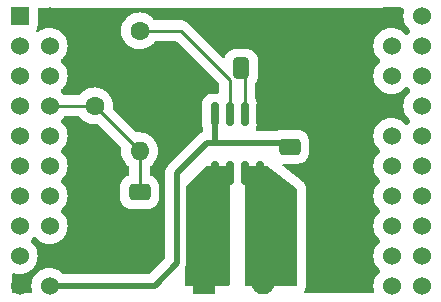
<source format=gbr>
%TF.GenerationSoftware,KiCad,Pcbnew,7.0.8*%
%TF.CreationDate,2024-04-03T00:11:47-07:00*%
%TF.ProjectId,DrapeCurrent - R1,44726170-6543-4757-9272-656e74202d20,rev?*%
%TF.SameCoordinates,Original*%
%TF.FileFunction,Copper,L1,Top*%
%TF.FilePolarity,Positive*%
%FSLAX46Y46*%
G04 Gerber Fmt 4.6, Leading zero omitted, Abs format (unit mm)*
G04 Created by KiCad (PCBNEW 7.0.8) date 2024-04-03 00:11:47*
%MOMM*%
%LPD*%
G01*
G04 APERTURE LIST*
G04 Aperture macros list*
%AMRoundRect*
0 Rectangle with rounded corners*
0 $1 Rounding radius*
0 $2 $3 $4 $5 $6 $7 $8 $9 X,Y pos of 4 corners*
0 Add a 4 corners polygon primitive as box body*
4,1,4,$2,$3,$4,$5,$6,$7,$8,$9,$2,$3,0*
0 Add four circle primitives for the rounded corners*
1,1,$1+$1,$2,$3*
1,1,$1+$1,$4,$5*
1,1,$1+$1,$6,$7*
1,1,$1+$1,$8,$9*
0 Add four rect primitives between the rounded corners*
20,1,$1+$1,$2,$3,$4,$5,0*
20,1,$1+$1,$4,$5,$6,$7,0*
20,1,$1+$1,$6,$7,$8,$9,0*
20,1,$1+$1,$8,$9,$2,$3,0*%
G04 Aperture macros list end*
%TA.AperFunction,ComponentPad*%
%ADD10R,1.524000X1.524000*%
%TD*%
%TA.AperFunction,ComponentPad*%
%ADD11C,1.524000*%
%TD*%
%TA.AperFunction,SMDPad,CuDef*%
%ADD12RoundRect,0.150000X0.150000X-0.825000X0.150000X0.825000X-0.150000X0.825000X-0.150000X-0.825000X0*%
%TD*%
%TA.AperFunction,ComponentPad*%
%ADD13C,1.600000*%
%TD*%
%TA.AperFunction,ComponentPad*%
%ADD14O,1.600000X1.600000*%
%TD*%
%TA.AperFunction,ComponentPad*%
%ADD15R,1.980000X3.960000*%
%TD*%
%TA.AperFunction,ComponentPad*%
%ADD16O,1.980000X3.960000*%
%TD*%
%TA.AperFunction,SMDPad,CuDef*%
%ADD17RoundRect,0.250000X-0.650000X0.412500X-0.650000X-0.412500X0.650000X-0.412500X0.650000X0.412500X0*%
%TD*%
%TA.AperFunction,SMDPad,CuDef*%
%ADD18RoundRect,0.250000X0.650000X-0.412500X0.650000X0.412500X-0.650000X0.412500X-0.650000X-0.412500X0*%
%TD*%
%TA.AperFunction,SMDPad,CuDef*%
%ADD19RoundRect,0.250000X-0.412500X-0.650000X0.412500X-0.650000X0.412500X0.650000X-0.412500X0.650000X0*%
%TD*%
%TA.AperFunction,Conductor*%
%ADD20C,0.254000*%
%TD*%
%TA.AperFunction,Conductor*%
%ADD21C,0.508000*%
%TD*%
%TA.AperFunction,Conductor*%
%ADD22C,0.762000*%
%TD*%
%TA.AperFunction,Conductor*%
%ADD23C,0.250000*%
%TD*%
G04 APERTURE END LIST*
D10*
%TO.P,J1,1,3V3*%
%TO.N,unconnected-(J1-3V3-Pad1)*%
X1270000Y24130000D03*
D11*
%TO.P,J1,2,SVP*%
%TO.N,unconnected-(J1-SVP-Pad2)*%
X1270000Y21590000D03*
%TO.P,J1,3,G34*%
%TO.N,unconnected-(J1-G34-Pad3)*%
X1270000Y19050000D03*
%TO.P,J1,4,G32*%
%TO.N,unconnected-(J1-G32-Pad4)*%
X1270000Y16510000D03*
%TO.P,J1,5,G25*%
%TO.N,unconnected-(J1-G25-Pad5)*%
X1270000Y13970000D03*
%TO.P,J1,6,G27*%
%TO.N,unconnected-(J1-G27-Pad6)*%
X1270000Y11430000D03*
%TO.P,J1,7,G12*%
%TO.N,unconnected-(J1-G12-Pad7)*%
X1270000Y8890000D03*
%TO.P,J1,8,SD2*%
%TO.N,unconnected-(J1-SD2-Pad8)*%
X1270000Y6350000D03*
%TO.P,J1,9,CMD*%
%TO.N,unconnected-(J1-CMD-Pad9)*%
X1270000Y3810000D03*
%TO.P,J1,10,GND*%
%TO.N,GND*%
X1270000Y1270000D03*
%TO.P,J1,11,GND*%
X3810000Y24130000D03*
%TO.P,J1,12,EN*%
%TO.N,unconnected-(J1-EN-Pad12)*%
X3810000Y21590000D03*
%TO.P,J1,13,SVN*%
%TO.N,unconnected-(J1-SVN-Pad13)*%
X3810000Y19050000D03*
%TO.P,J1,14,G35*%
%TO.N,Net-(J1-G35)*%
X3810000Y16510000D03*
%TO.P,J1,15,G33*%
%TO.N,unconnected-(J1-G33-Pad15)*%
X3810000Y13970000D03*
%TO.P,J1,16,G26*%
%TO.N,unconnected-(J1-G26-Pad16)*%
X3810000Y11430000D03*
%TO.P,J1,17,G14*%
%TO.N,unconnected-(J1-G14-Pad17)*%
X3810000Y8890000D03*
%TO.P,J1,18,G13*%
%TO.N,unconnected-(J1-G13-Pad18)*%
X3810000Y6350000D03*
%TO.P,J1,20,5V*%
%TO.N,+5V*%
X3810000Y1270000D03*
D10*
%TO.P,J1,21,GND*%
%TO.N,GND*%
X32766000Y24130000D03*
D11*
%TO.P,J1,22,G22*%
%TO.N,unconnected-(J1-G22-Pad22)*%
X32766000Y21590000D03*
%TO.P,J1,23,G3/RXD*%
%TO.N,unconnected-(J1-G3{slash}RXD-Pad23)*%
X32766000Y19050000D03*
%TO.P,J1,24,GND*%
%TO.N,GND*%
X32766000Y16510000D03*
%TO.P,J1,25,G18*%
%TO.N,unconnected-(J1-G18-Pad25)*%
X32766000Y13970000D03*
%TO.P,J1,26,G17*%
%TO.N,unconnected-(J1-G17-Pad26)*%
X32766000Y11430000D03*
%TO.P,J1,27,G4*%
%TO.N,unconnected-(J1-G4-Pad27)*%
X32766000Y8890000D03*
%TO.P,J1,28,G2*%
%TO.N,unconnected-(J1-G2-Pad28)*%
X32766000Y6350000D03*
%TO.P,J1,29,SDI*%
%TO.N,unconnected-(J1-SDI-Pad29)*%
X32766000Y3810000D03*
%TO.P,J1,30,CLK*%
%TO.N,unconnected-(J1-CLK-Pad30)*%
X32766000Y1270000D03*
%TO.P,J1,31,G23*%
%TO.N,unconnected-(J1-G23-Pad31)*%
X35306000Y24130000D03*
%TO.P,J1,32,G1/TXD*%
%TO.N,unconnected-(J1-G1{slash}TXD-Pad32)*%
X35306000Y21590000D03*
%TO.P,J1,33,G21*%
%TO.N,unconnected-(J1-G21-Pad33)*%
X35306000Y19050000D03*
%TO.P,J1,34,G19*%
%TO.N,unconnected-(J1-G19-Pad34)*%
X35306000Y16510000D03*
%TO.P,J1,35,G5*%
%TO.N,unconnected-(J1-G5-Pad35)*%
X35306000Y13970000D03*
%TO.P,J1,36,G16*%
%TO.N,unconnected-(J1-G16-Pad36)*%
X35306000Y11430000D03*
%TO.P,J1,37,G0*%
%TO.N,unconnected-(J1-G0-Pad37)*%
X35306000Y8890000D03*
%TO.P,J1,38,G15*%
%TO.N,unconnected-(J1-G15-Pad38)*%
X35306000Y6350000D03*
%TO.P,J1,39,SDO*%
%TO.N,unconnected-(J1-SDO-Pad39)*%
X35306000Y3810000D03*
%TO.P,J1,40,3V3*%
%TO.N,unconnected-(J1-3V3-Pad40)*%
X35306000Y1270000D03*
%TD*%
D12*
%TO.P,U1,1,IP+*%
%TO.N,Net-(J2-Pin_1)*%
X17780000Y10860000D03*
%TO.P,U1,2,IP+*%
X19050000Y10860000D03*
%TO.P,U1,3,IP-*%
%TO.N,Net-(J2-Pin_2)*%
X20320000Y10860000D03*
%TO.P,U1,4,IP-*%
X21590000Y10860000D03*
%TO.P,U1,5,GND*%
%TO.N,GND*%
X21590000Y15810000D03*
%TO.P,U1,6,FILTER*%
%TO.N,Net-(U1-FILTER)*%
X20320000Y15810000D03*
%TO.P,U1,7,VIOUT*%
%TO.N,Net-(U1-VIOUT)*%
X19050000Y15810000D03*
%TO.P,U1,8,VCC*%
%TO.N,+5V*%
X17780000Y15810000D03*
%TD*%
D13*
%TO.P,R2,1*%
%TO.N,Net-(J1-G35)*%
X7620000Y16510000D03*
D14*
%TO.P,R2,2*%
%TO.N,GND*%
X7620000Y6350000D03*
%TD*%
D13*
%TO.P,R1,1*%
%TO.N,Net-(U1-VIOUT)*%
X11430000Y22860000D03*
D14*
%TO.P,R1,2*%
%TO.N,Net-(J1-G35)*%
X11430000Y12700000D03*
%TD*%
D15*
%TO.P,J2,1,Pin_1*%
%TO.N,Net-(J2-Pin_1)*%
X16920000Y2540000D03*
D16*
%TO.P,J2,2,Pin_2*%
%TO.N,Net-(J2-Pin_2)*%
X21920000Y2540000D03*
%TD*%
D17*
%TO.P,C3,1*%
%TO.N,Net-(J1-G35)*%
X11430000Y9182500D03*
%TO.P,C3,2*%
%TO.N,GND*%
X11430000Y6057500D03*
%TD*%
D18*
%TO.P,C2,1*%
%TO.N,+5V*%
X24130000Y13042500D03*
%TO.P,C2,2*%
%TO.N,GND*%
X24130000Y16167500D03*
%TD*%
D19*
%TO.P,C1,1*%
%TO.N,Net-(U1-FILTER)*%
X20027500Y19685000D03*
%TO.P,C1,2*%
%TO.N,GND*%
X23152500Y19685000D03*
%TD*%
D20*
%TO.N,Net-(J1-G35)*%
X11430000Y9182500D02*
X11430000Y12700000D01*
D21*
%TO.N,+5V*%
X14605000Y10795000D02*
X17145000Y13335000D01*
X14605000Y3175000D02*
X14605000Y10795000D01*
X12700000Y1270000D02*
X14605000Y3175000D01*
X3810000Y1270000D02*
X12700000Y1270000D01*
X17145000Y13335000D02*
X17780000Y13335000D01*
%TO.N,GND*%
X21590000Y18122500D02*
X23152500Y19685000D01*
X21590000Y15810000D02*
X21590000Y18122500D01*
X21590000Y15810000D02*
X23772500Y15810000D01*
X23772500Y15810000D02*
X24130000Y16167500D01*
D20*
%TO.N,Net-(U1-FILTER)*%
X20320000Y19392500D02*
X20027500Y19685000D01*
X20320000Y15810000D02*
X20320000Y19392500D01*
%TO.N,Net-(U1-VIOUT)*%
X19050000Y18729582D02*
X19050000Y15810000D01*
X11430000Y22860000D02*
X14919582Y22860000D01*
X14919582Y22860000D02*
X19050000Y18729582D01*
D21*
%TO.N,+5V*%
X17780000Y13970000D02*
X17780000Y13335000D01*
X23837500Y13335000D02*
X17780000Y13335000D01*
D22*
X24130000Y13042500D02*
X23837500Y13335000D01*
D21*
X17780000Y13970000D02*
X17780000Y15810000D01*
D23*
%TO.N,Net-(J1-G35)*%
X7620000Y16510000D02*
X11430000Y12700000D01*
X3810000Y16510000D02*
X7620000Y16510000D01*
%TD*%
%TA.AperFunction,Conductor*%
%TO.N,Net-(J2-Pin_1)*%
G36*
X18993039Y11410315D02*
G01*
X19038794Y11357511D01*
X19050000Y11306000D01*
X19050000Y1394000D01*
X19030315Y1326961D01*
X18977511Y1281206D01*
X18926000Y1270000D01*
X15364000Y1270000D01*
X15296961Y1289685D01*
X15251206Y1342489D01*
X15240000Y1394000D01*
X15240000Y2723972D01*
X15251617Y2776376D01*
X15284172Y2846191D01*
X15318824Y2915189D01*
X15318825Y2915194D01*
X15321295Y2921979D01*
X15321347Y2921960D01*
X15323858Y2929185D01*
X15323807Y2929203D01*
X15326080Y2936062D01*
X15332719Y2968219D01*
X15341695Y3011689D01*
X15359500Y3086812D01*
X15359500Y3086815D01*
X15360339Y3093986D01*
X15360391Y3093979D01*
X15361169Y3101596D01*
X15361117Y3101601D01*
X15361746Y3108790D01*
X15359500Y3185981D01*
X15359500Y9593138D01*
X15379185Y9660177D01*
X15395819Y9680819D01*
X17108681Y11393681D01*
X17170004Y11427166D01*
X17196362Y11430000D01*
X18926000Y11430000D01*
X18993039Y11410315D01*
G37*
%TD.AperFunction*%
%TD*%
%TA.AperFunction,Conductor*%
%TO.N,Net-(J2-Pin_2)*%
G36*
X22250706Y11410315D02*
G01*
X22258062Y11405203D01*
X24715400Y9562200D01*
X24757221Y9506229D01*
X24765000Y9463000D01*
X24765000Y1394000D01*
X24745315Y1326961D01*
X24692511Y1281206D01*
X24641000Y1270000D01*
X20444000Y1270000D01*
X20376961Y1289685D01*
X20331206Y1342489D01*
X20320000Y1394000D01*
X20320000Y11306000D01*
X20339685Y11373039D01*
X20392489Y11418794D01*
X20444000Y11430000D01*
X22183667Y11430000D01*
X22250706Y11410315D01*
G37*
%TD.AperFunction*%
%TD*%
%TA.AperFunction,Conductor*%
%TO.N,GND*%
G36*
X33800780Y24745315D02*
G01*
X33846535Y24692511D01*
X33856479Y24623353D01*
X33852745Y24607296D01*
X33852768Y24607291D01*
X33852014Y24604152D01*
X33851674Y24602688D01*
X33851631Y24602557D01*
X33795612Y24369219D01*
X33776786Y24130000D01*
X33795612Y23890780D01*
X33851630Y23657446D01*
X33851630Y23657445D01*
X33943457Y23435754D01*
X33943459Y23435751D01*
X34068837Y23231153D01*
X34068841Y23231148D01*
X34224681Y23048682D01*
X34335201Y22954291D01*
X34373395Y22895784D01*
X34373894Y22825916D01*
X34336540Y22766869D01*
X34335232Y22765736D01*
X34224682Y22671318D01*
X34130291Y22560799D01*
X34071784Y22522605D01*
X34001916Y22522106D01*
X33942869Y22559460D01*
X33941709Y22560799D01*
X33847318Y22671318D01*
X33664849Y22827160D01*
X33460249Y22952540D01*
X33460246Y22952541D01*
X33460245Y22952542D01*
X33238553Y23044369D01*
X33220588Y23048682D01*
X33005222Y23100387D01*
X32766000Y23119214D01*
X32526778Y23100387D01*
X32371224Y23063041D01*
X32293446Y23044369D01*
X32293445Y23044369D01*
X32071754Y22952542D01*
X32071751Y22952540D01*
X31867153Y22827162D01*
X31867148Y22827158D01*
X31801481Y22771073D01*
X31684682Y22671318D01*
X31599482Y22571561D01*
X31528841Y22488851D01*
X31528837Y22488846D01*
X31403459Y22284248D01*
X31403457Y22284245D01*
X31311630Y22062554D01*
X31311630Y22062553D01*
X31255612Y21829219D01*
X31236786Y21590000D01*
X31255612Y21350780D01*
X31311630Y21117446D01*
X31311630Y21117445D01*
X31403457Y20895754D01*
X31403459Y20895751D01*
X31528837Y20691153D01*
X31528841Y20691148D01*
X31684681Y20508682D01*
X31760736Y20443725D01*
X31776203Y20430516D01*
X31795201Y20414291D01*
X31833395Y20355784D01*
X31833894Y20285916D01*
X31796540Y20226869D01*
X31795201Y20225709D01*
X31684681Y20131317D01*
X31528841Y19948851D01*
X31528837Y19948846D01*
X31403459Y19744248D01*
X31403457Y19744245D01*
X31311630Y19522554D01*
X31311630Y19522553D01*
X31255612Y19289219D01*
X31236786Y19050000D01*
X31255612Y18810780D01*
X31311630Y18577446D01*
X31311630Y18577445D01*
X31403457Y18355754D01*
X31403459Y18355751D01*
X31528837Y18151153D01*
X31528841Y18151148D01*
X31684682Y17968682D01*
X31867148Y17812841D01*
X31867153Y17812837D01*
X32071751Y17687459D01*
X32071754Y17687457D01*
X32293446Y17595630D01*
X32526781Y17539612D01*
X32526780Y17539612D01*
X32766000Y17520786D01*
X33005219Y17539612D01*
X33238553Y17595630D01*
X33238554Y17595630D01*
X33460245Y17687457D01*
X33460248Y17687459D01*
X33664846Y17812837D01*
X33664851Y17812841D01*
X33847317Y17968681D01*
X33847318Y17968682D01*
X33941709Y18079201D01*
X34000216Y18117395D01*
X34070084Y18117894D01*
X34129131Y18080540D01*
X34130263Y18079232D01*
X34224682Y17968682D01*
X34297482Y17906505D01*
X34335201Y17874291D01*
X34373395Y17815784D01*
X34373894Y17745916D01*
X34336540Y17686869D01*
X34335201Y17685709D01*
X34224681Y17591317D01*
X34068841Y17408851D01*
X34068837Y17408846D01*
X33943459Y17204248D01*
X33943457Y17204245D01*
X33851630Y16982554D01*
X33851630Y16982553D01*
X33795612Y16749219D01*
X33776786Y16510000D01*
X33795612Y16270780D01*
X33851630Y16037446D01*
X33851630Y16037445D01*
X33943457Y15815754D01*
X33943459Y15815751D01*
X34068837Y15611153D01*
X34068841Y15611148D01*
X34224681Y15428682D01*
X34335201Y15334291D01*
X34373395Y15275784D01*
X34373894Y15205916D01*
X34336540Y15146869D01*
X34335232Y15145736D01*
X34224682Y15051318D01*
X34135242Y14946596D01*
X34130291Y14940799D01*
X34071784Y14902605D01*
X34001916Y14902106D01*
X33942869Y14939460D01*
X33941709Y14940799D01*
X33936758Y14946596D01*
X33847318Y15051318D01*
X33664849Y15207160D01*
X33460249Y15332540D01*
X33460246Y15332541D01*
X33460245Y15332542D01*
X33238553Y15424369D01*
X33220588Y15428682D01*
X33005222Y15480387D01*
X32766000Y15499214D01*
X32526778Y15480387D01*
X32371224Y15443041D01*
X32293446Y15424369D01*
X32293445Y15424369D01*
X32071754Y15332542D01*
X32071751Y15332540D01*
X31867153Y15207162D01*
X31867148Y15207158D01*
X31801481Y15151073D01*
X31684682Y15051318D01*
X31599482Y14951561D01*
X31528841Y14868851D01*
X31528837Y14868846D01*
X31403459Y14664248D01*
X31403457Y14664245D01*
X31311630Y14442554D01*
X31311630Y14442553D01*
X31255612Y14209219D01*
X31236786Y13970000D01*
X31255612Y13730780D01*
X31311630Y13497446D01*
X31311630Y13497445D01*
X31403457Y13275754D01*
X31403459Y13275751D01*
X31528837Y13071153D01*
X31528841Y13071148D01*
X31684681Y12888682D01*
X31795201Y12794291D01*
X31833395Y12735784D01*
X31833894Y12665916D01*
X31796540Y12606869D01*
X31795232Y12605736D01*
X31684682Y12511318D01*
X31684681Y12511317D01*
X31528841Y12328851D01*
X31528837Y12328846D01*
X31403459Y12124248D01*
X31403457Y12124245D01*
X31311630Y11902554D01*
X31311630Y11902553D01*
X31255612Y11669219D01*
X31236786Y11430000D01*
X31255612Y11190780D01*
X31311630Y10957446D01*
X31311630Y10957445D01*
X31403457Y10735754D01*
X31403459Y10735751D01*
X31528837Y10531153D01*
X31528841Y10531148D01*
X31684681Y10348682D01*
X31795201Y10254291D01*
X31833395Y10195784D01*
X31833894Y10125916D01*
X31796540Y10066869D01*
X31795232Y10065736D01*
X31699931Y9984342D01*
X31684681Y9971317D01*
X31528841Y9788851D01*
X31528837Y9788846D01*
X31403459Y9584248D01*
X31403457Y9584245D01*
X31311630Y9362554D01*
X31311630Y9362553D01*
X31255612Y9129219D01*
X31236786Y8890000D01*
X31255612Y8650780D01*
X31311630Y8417446D01*
X31311630Y8417445D01*
X31403457Y8195754D01*
X31403459Y8195751D01*
X31528837Y7991153D01*
X31528841Y7991148D01*
X31684681Y7808682D01*
X31795201Y7714291D01*
X31833395Y7655784D01*
X31833894Y7585916D01*
X31796540Y7526869D01*
X31795201Y7525709D01*
X31684681Y7431317D01*
X31528841Y7248851D01*
X31528837Y7248846D01*
X31403459Y7044248D01*
X31403457Y7044245D01*
X31311630Y6822554D01*
X31311630Y6822553D01*
X31255612Y6589219D01*
X31236786Y6350000D01*
X31255612Y6110780D01*
X31311630Y5877446D01*
X31311630Y5877445D01*
X31403457Y5655754D01*
X31403459Y5655751D01*
X31528837Y5451153D01*
X31528841Y5451148D01*
X31684681Y5268682D01*
X31795201Y5174291D01*
X31833395Y5115784D01*
X31833894Y5045916D01*
X31796540Y4986869D01*
X31795201Y4985709D01*
X31684681Y4891317D01*
X31528841Y4708851D01*
X31528837Y4708846D01*
X31403459Y4504248D01*
X31403457Y4504245D01*
X31311630Y4282554D01*
X31311630Y4282553D01*
X31255612Y4049219D01*
X31236786Y3810000D01*
X31255612Y3570780D01*
X31311630Y3337446D01*
X31311630Y3337445D01*
X31403457Y3115754D01*
X31403459Y3115751D01*
X31528837Y2911153D01*
X31528841Y2911148D01*
X31684681Y2728682D01*
X31795201Y2634291D01*
X31833395Y2575784D01*
X31833894Y2505916D01*
X31796540Y2446869D01*
X31795232Y2445736D01*
X31689782Y2355674D01*
X31684681Y2351317D01*
X31528841Y2168851D01*
X31528837Y2168846D01*
X31403459Y1964248D01*
X31403457Y1964245D01*
X31311630Y1742554D01*
X31311630Y1742553D01*
X31255612Y1509219D01*
X31236786Y1270000D01*
X31255612Y1030780D01*
X31311631Y797442D01*
X31311674Y797312D01*
X31311675Y797259D01*
X31312768Y792709D01*
X31311811Y792479D01*
X31313666Y727471D01*
X31277582Y667640D01*
X31214880Y636815D01*
X31193741Y635000D01*
X25427771Y635000D01*
X25360732Y654685D01*
X25314977Y707489D01*
X25305033Y776647D01*
X25327917Y832520D01*
X25412007Y946726D01*
X25481724Y1110725D01*
X25501409Y1177764D01*
X25511812Y1217002D01*
X25532500Y1394000D01*
X25532500Y9463000D01*
X25520367Y9598927D01*
X25520368Y9598927D01*
X25512589Y9642150D01*
X25512588Y9642156D01*
X25461420Y9811451D01*
X25372049Y9965623D01*
X25330228Y10021594D01*
X25305085Y10053451D01*
X25175900Y10176200D01*
X23551764Y11394300D01*
X23509944Y11450271D01*
X23505023Y11519967D01*
X23538563Y11581260D01*
X23599916Y11614690D01*
X23626165Y11617500D01*
X24829736Y11617500D01*
X24978481Y11632149D01*
X24978483Y11632149D01*
X24978485Y11632150D01*
X25169342Y11690046D01*
X25169348Y11690048D01*
X25345231Y11784060D01*
X25345238Y11784065D01*
X25499410Y11910589D01*
X25625934Y12064761D01*
X25625936Y12064763D01*
X25657730Y12124245D01*
X25719951Y12240651D01*
X25719951Y12240654D01*
X25719954Y12240658D01*
X25777850Y12431515D01*
X25792500Y12580259D01*
X25792499Y13504740D01*
X25777850Y13653485D01*
X25719954Y13844342D01*
X25625936Y14020237D01*
X25499410Y14174410D01*
X25345237Y14300936D01*
X25238472Y14358003D01*
X25169348Y14394951D01*
X25169347Y14394951D01*
X25169342Y14394954D01*
X24978485Y14452850D01*
X24829741Y14467500D01*
X24000041Y14467499D01*
X23991469Y14468093D01*
X23890537Y14482173D01*
X23678842Y14472386D01*
X23672246Y14470834D01*
X23672069Y14470793D01*
X23643678Y14467499D01*
X23430260Y14467499D01*
X23281515Y14452850D01*
X23090658Y14394954D01*
X23036753Y14366141D01*
X22978301Y14351500D01*
X21373688Y14351500D01*
X21306649Y14371185D01*
X21260894Y14423989D01*
X21250950Y14493147D01*
X21263203Y14531794D01*
X21326583Y14656186D01*
X21326584Y14656188D01*
X21376230Y14841467D01*
X21382500Y14921137D01*
X21382499Y16698862D01*
X21376230Y16778533D01*
X21326584Y16963812D01*
X21239502Y17134720D01*
X21239499Y17134723D01*
X21239498Y17134726D01*
X21237139Y17137639D01*
X21236297Y17139655D01*
X21235958Y17140179D01*
X21236053Y17140241D01*
X21210243Y17202124D01*
X21209500Y17215680D01*
X21209500Y18332257D01*
X21229185Y18399296D01*
X21237647Y18410922D01*
X21285934Y18469761D01*
X21285936Y18469763D01*
X21285939Y18469768D01*
X21379951Y18645651D01*
X21379951Y18645654D01*
X21379954Y18645658D01*
X21437850Y18836515D01*
X21452500Y18985259D01*
X21452499Y20384740D01*
X21437850Y20533485D01*
X21379954Y20724342D01*
X21285936Y20900237D01*
X21159410Y21054410D01*
X21005237Y21180936D01*
X20829342Y21274954D01*
X20638485Y21332850D01*
X20489741Y21347500D01*
X19565260Y21347499D01*
X19416515Y21332850D01*
X19225658Y21274954D01*
X19225654Y21274951D01*
X19225651Y21274951D01*
X19049768Y21180939D01*
X19049766Y21180937D01*
X19049763Y21180936D01*
X19049761Y21180934D01*
X18895589Y21054410D01*
X18769065Y20900238D01*
X18769060Y20900231D01*
X18675046Y20724344D01*
X18650877Y20644671D01*
X18612579Y20586233D01*
X18548766Y20557777D01*
X18479700Y20568339D01*
X18444539Y20592984D01*
X15604953Y23432570D01*
X15592324Y23447357D01*
X15584251Y23458470D01*
X15533274Y23504368D01*
X15530953Y23506570D01*
X15515588Y23521937D01*
X15498700Y23535611D01*
X15496298Y23537662D01*
X15445297Y23583585D01*
X15433403Y23590450D01*
X15417369Y23601471D01*
X15406707Y23610107D01*
X15345571Y23641255D01*
X15342767Y23642779D01*
X15283367Y23677075D01*
X15270311Y23681316D01*
X15252336Y23688761D01*
X15240106Y23694994D01*
X15173841Y23712749D01*
X15170755Y23713664D01*
X15105538Y23734855D01*
X15091886Y23736289D01*
X15072764Y23739833D01*
X15059497Y23743389D01*
X14990974Y23746978D01*
X14987822Y23747226D01*
X14966202Y23749500D01*
X14966197Y23749500D01*
X14944504Y23749500D01*
X14941260Y23749584D01*
X14872772Y23753174D01*
X14859215Y23751026D01*
X14839818Y23749500D01*
X12782285Y23749500D01*
X12715246Y23769185D01*
X12687995Y23792968D01*
X12604456Y23890778D01*
X12538271Y23968271D01*
X12351255Y24127998D01*
X12141554Y24256503D01*
X12141551Y24256504D01*
X12141550Y24256505D01*
X12027943Y24303562D01*
X11914332Y24350621D01*
X11675185Y24408036D01*
X11430000Y24427332D01*
X11184815Y24408036D01*
X10945668Y24350621D01*
X10945663Y24350619D01*
X10718449Y24256505D01*
X10718446Y24256503D01*
X10508750Y24128001D01*
X10508747Y24128000D01*
X10508745Y24127998D01*
X10321729Y23968271D01*
X10255544Y23890778D01*
X10161999Y23781252D01*
X10161998Y23781249D01*
X10033496Y23571553D01*
X10033494Y23571550D01*
X9939380Y23344336D01*
X9939379Y23344332D01*
X9885333Y23119214D01*
X9881963Y23105179D01*
X9862668Y22860000D01*
X9881963Y22614820D01*
X9939380Y22375663D01*
X10033494Y22148449D01*
X10033496Y22148446D01*
X10161998Y21938750D01*
X10161999Y21938747D01*
X10321729Y21751729D01*
X10508747Y21591999D01*
X10508750Y21591998D01*
X10718446Y21463496D01*
X10718449Y21463494D01*
X10945663Y21369380D01*
X11036799Y21347500D01*
X11184815Y21311964D01*
X11184816Y21311963D01*
X11184820Y21311963D01*
X11430000Y21292668D01*
X11675179Y21311963D01*
X11675182Y21311963D01*
X11675185Y21311964D01*
X11914332Y21369379D01*
X11914336Y21369380D01*
X12141550Y21463494D01*
X12141553Y21463496D01*
X12351249Y21591998D01*
X12351252Y21591999D01*
X12414625Y21646125D01*
X12538271Y21751729D01*
X12618658Y21845850D01*
X12687995Y21927032D01*
X12746502Y21965225D01*
X12782285Y21970500D01*
X14499777Y21970500D01*
X14566816Y21950815D01*
X14587458Y21934181D01*
X18124181Y18397458D01*
X18157666Y18336135D01*
X18160500Y18309777D01*
X18160500Y17668528D01*
X18140815Y17601489D01*
X18088011Y17555734D01*
X18026771Y17544910D01*
X18010584Y17546184D01*
X17993865Y17547500D01*
X17993863Y17547499D01*
X17993863Y17547500D01*
X17780000Y17547499D01*
X17566137Y17547499D01*
X17546220Y17545931D01*
X17486467Y17541230D01*
X17301188Y17491584D01*
X17138806Y17408846D01*
X17130278Y17404501D01*
X16981211Y17283790D01*
X16981209Y17283788D01*
X16860498Y17134721D01*
X16816957Y17049266D01*
X16773416Y16963812D01*
X16773416Y16963811D01*
X16723769Y16778529D01*
X16717500Y16698865D01*
X16717501Y14921136D01*
X16717501Y14921137D01*
X16723769Y14841468D01*
X16759275Y14708960D01*
X16763500Y14676867D01*
X16763500Y14358003D01*
X16743815Y14290964D01*
X16697953Y14248645D01*
X16589397Y14190621D01*
X16577530Y14184278D01*
X16577527Y14184276D01*
X16559242Y14169269D01*
X16422747Y14057252D01*
X16392846Y14020816D01*
X16388766Y14016314D01*
X13923684Y11551232D01*
X13919183Y11547153D01*
X13882747Y11517252D01*
X13820996Y11442006D01*
X13755722Y11362469D01*
X13755720Y11362465D01*
X13755718Y11362463D01*
X13661333Y11185881D01*
X13603208Y10994270D01*
X13595708Y10918115D01*
X13583581Y10794999D01*
X13588201Y10748091D01*
X13588500Y10742010D01*
X13588500Y3647410D01*
X13568815Y3580371D01*
X13552181Y3559729D01*
X12315271Y2322819D01*
X12253948Y2289334D01*
X12227590Y2286500D01*
X5003843Y2286500D01*
X4936804Y2306185D01*
X4909552Y2329969D01*
X4891323Y2351312D01*
X4891318Y2351318D01*
X4708849Y2507160D01*
X4504249Y2632540D01*
X4504246Y2632541D01*
X4504245Y2632542D01*
X4282553Y2724369D01*
X4264588Y2728682D01*
X4049222Y2780387D01*
X3810000Y2799214D01*
X3570778Y2780387D01*
X3415224Y2743041D01*
X3337446Y2724369D01*
X3337445Y2724369D01*
X3115754Y2632542D01*
X3115751Y2632540D01*
X2911153Y2507162D01*
X2911148Y2507158D01*
X2845481Y2451073D01*
X2728682Y2351318D01*
X2643482Y2251561D01*
X2572841Y2168851D01*
X2572837Y2168846D01*
X2447459Y1964248D01*
X2447457Y1964245D01*
X2355630Y1742554D01*
X2355630Y1742553D01*
X2299612Y1509219D01*
X2280786Y1270000D01*
X2299612Y1030780D01*
X2355631Y797442D01*
X2355674Y797312D01*
X2355675Y797259D01*
X2356768Y792709D01*
X2355811Y792479D01*
X2357666Y727471D01*
X2321582Y667640D01*
X2258880Y636815D01*
X2237741Y635000D01*
X759000Y635000D01*
X691961Y654685D01*
X646206Y707489D01*
X635000Y759000D01*
X635000Y2237741D01*
X654685Y2304780D01*
X707489Y2350535D01*
X776647Y2360479D01*
X792703Y2356745D01*
X792709Y2356768D01*
X795847Y2356014D01*
X797312Y2355674D01*
X797442Y2355631D01*
X1030781Y2299612D01*
X1030780Y2299612D01*
X1270000Y2280786D01*
X1509219Y2299612D01*
X1742553Y2355630D01*
X1742554Y2355630D01*
X1964245Y2447457D01*
X1964248Y2447459D01*
X2168846Y2572837D01*
X2168851Y2572841D01*
X2251561Y2643482D01*
X2351318Y2728682D01*
X2478756Y2877894D01*
X2507158Y2911148D01*
X2507162Y2911153D01*
X2632540Y3115751D01*
X2632542Y3115754D01*
X2724369Y3337445D01*
X2724369Y3337446D01*
X2780387Y3570780D01*
X2786418Y3647410D01*
X2799214Y3810000D01*
X2780387Y4049222D01*
X2724369Y4282553D01*
X2632540Y4504249D01*
X2507160Y4708849D01*
X2351318Y4891318D01*
X2240798Y4985709D01*
X2202605Y5044216D01*
X2202106Y5114084D01*
X2239460Y5173131D01*
X2240799Y5174291D01*
X2351318Y5268682D01*
X2445709Y5379201D01*
X2504216Y5417395D01*
X2574084Y5417894D01*
X2633131Y5380540D01*
X2634291Y5379201D01*
X2728682Y5268681D01*
X2911148Y5112841D01*
X2911153Y5112837D01*
X3115751Y4987459D01*
X3115754Y4987457D01*
X3337446Y4895630D01*
X3570781Y4839612D01*
X3570780Y4839612D01*
X3810000Y4820786D01*
X4049219Y4839612D01*
X4282553Y4895630D01*
X4282554Y4895630D01*
X4504245Y4987457D01*
X4504248Y4987459D01*
X4708846Y5112837D01*
X4708851Y5112841D01*
X4791561Y5183482D01*
X4891318Y5268682D01*
X5018756Y5417894D01*
X5047158Y5451148D01*
X5047162Y5451153D01*
X5172540Y5655751D01*
X5172542Y5655754D01*
X5264369Y5877445D01*
X5264369Y5877446D01*
X5320387Y6110780D01*
X5339214Y6350000D01*
X5320387Y6589222D01*
X5264369Y6822553D01*
X5172540Y7044249D01*
X5047160Y7248849D01*
X4891318Y7431318D01*
X4780798Y7525709D01*
X4742605Y7584216D01*
X4742106Y7654084D01*
X4779460Y7713131D01*
X4780799Y7714291D01*
X4891318Y7808682D01*
X5047158Y7991148D01*
X5047162Y7991153D01*
X5172540Y8195751D01*
X5172542Y8195754D01*
X5264369Y8417445D01*
X5264369Y8417446D01*
X5283041Y8495224D01*
X5320387Y8650778D01*
X5339214Y8890000D01*
X5320387Y9129222D01*
X5264369Y9362553D01*
X5222764Y9462996D01*
X5172542Y9584245D01*
X5172540Y9584248D01*
X5172540Y9584249D01*
X5047160Y9788849D01*
X4891318Y9971318D01*
X4780798Y10065709D01*
X4742605Y10124216D01*
X4742106Y10194084D01*
X4779460Y10253131D01*
X4780799Y10254291D01*
X4891318Y10348682D01*
X5047158Y10531148D01*
X5047162Y10531153D01*
X5172540Y10735751D01*
X5172542Y10735754D01*
X5264369Y10957445D01*
X5264369Y10957446D01*
X5320387Y11190780D01*
X5339214Y11430000D01*
X5320387Y11669222D01*
X5264369Y11902553D01*
X5261040Y11910589D01*
X5172542Y12124245D01*
X5172540Y12124248D01*
X5172540Y12124249D01*
X5047160Y12328849D01*
X4891318Y12511318D01*
X4780798Y12605709D01*
X4742605Y12664216D01*
X4742106Y12734084D01*
X4779460Y12793131D01*
X4780799Y12794291D01*
X4891318Y12888682D01*
X5047158Y13071148D01*
X5047162Y13071153D01*
X5172540Y13275751D01*
X5172542Y13275754D01*
X5264369Y13497445D01*
X5264369Y13497446D01*
X5294093Y13621255D01*
X5320387Y13730778D01*
X5339214Y13970000D01*
X5320387Y14209222D01*
X5264369Y14442553D01*
X5252012Y14472385D01*
X5172542Y14664245D01*
X5172540Y14664248D01*
X5172540Y14664249D01*
X5047160Y14868849D01*
X4891318Y15051318D01*
X4780798Y15145709D01*
X4742605Y15204216D01*
X4742106Y15274084D01*
X4779460Y15333131D01*
X4780799Y15334291D01*
X4891318Y15428682D01*
X5019727Y15579031D01*
X5078234Y15617225D01*
X5114018Y15622500D01*
X6266008Y15622500D01*
X6333047Y15602815D01*
X6360298Y15579032D01*
X6511729Y15401729D01*
X6698747Y15241999D01*
X6698750Y15241998D01*
X6908446Y15113496D01*
X6908449Y15113494D01*
X7135663Y15019380D01*
X7255241Y14990671D01*
X7374815Y14961964D01*
X7374816Y14961963D01*
X7374820Y14961963D01*
X7620000Y14942668D01*
X7852450Y14960961D01*
X7920827Y14946596D01*
X7949859Y14925024D01*
X9845024Y13029859D01*
X9878509Y12968536D01*
X9880961Y12932450D01*
X9862668Y12700000D01*
X9881963Y12454820D01*
X9939380Y12215663D01*
X10033494Y11988449D01*
X10033496Y11988446D01*
X10161998Y11778750D01*
X10161999Y11778747D01*
X10321729Y11591729D01*
X10497032Y11442006D01*
X10535225Y11383499D01*
X10540500Y11347716D01*
X10540500Y10672372D01*
X10520815Y10605333D01*
X10468011Y10559578D01*
X10452503Y10553714D01*
X10390658Y10534954D01*
X10390654Y10534952D01*
X10214768Y10440939D01*
X10214766Y10440937D01*
X10214763Y10440936D01*
X10214761Y10440934D01*
X10060589Y10314410D01*
X9934065Y10160238D01*
X9934060Y10160231D01*
X9840048Y9984348D01*
X9840046Y9984342D01*
X9790984Y9822605D01*
X9782149Y9793481D01*
X9767500Y9644737D01*
X9767500Y8720263D01*
X9782149Y8571518D01*
X9840048Y8380651D01*
X9934060Y8204768D01*
X9934065Y8204761D01*
X10060589Y8050589D01*
X10214761Y7924065D01*
X10214768Y7924060D01*
X10390651Y7830048D01*
X10581518Y7772149D01*
X10686312Y7761828D01*
X10730259Y7757500D01*
X10730261Y7757500D01*
X10730262Y7757500D01*
X12129736Y7757500D01*
X12278481Y7772149D01*
X12278483Y7772149D01*
X12278485Y7772150D01*
X12469342Y7830046D01*
X12469348Y7830048D01*
X12645231Y7924060D01*
X12645238Y7924065D01*
X12799410Y8050589D01*
X12918540Y8195751D01*
X12925936Y8204763D01*
X12925939Y8204768D01*
X13019951Y8380651D01*
X13019951Y8380654D01*
X13019954Y8380658D01*
X13077850Y8571515D01*
X13092500Y8720259D01*
X13092499Y9644740D01*
X13077850Y9793485D01*
X13019954Y9984342D01*
X12925936Y10160237D01*
X12799410Y10314410D01*
X12645237Y10440936D01*
X12469342Y10534954D01*
X12407503Y10553712D01*
X12349067Y10592008D01*
X12320610Y10655820D01*
X12319500Y10672372D01*
X12319500Y11347716D01*
X12339185Y11414755D01*
X12362968Y11442006D01*
X12372645Y11450271D01*
X12538271Y11591729D01*
X12697998Y11778745D01*
X12698000Y11778747D01*
X12698001Y11778750D01*
X12826503Y11988446D01*
X12826505Y11988449D01*
X12920619Y12215663D01*
X12920621Y12215668D01*
X12978036Y12454815D01*
X12997332Y12700000D01*
X12978036Y12945185D01*
X12920621Y13184332D01*
X12826503Y13411554D01*
X12697998Y13621255D01*
X12538271Y13808271D01*
X12351255Y13967998D01*
X12141554Y14096503D01*
X12141551Y14096504D01*
X12141550Y14096505D01*
X12027943Y14143562D01*
X11914332Y14190621D01*
X11675185Y14248036D01*
X11430000Y14267332D01*
X11197547Y14249038D01*
X11129170Y14263402D01*
X11100141Y14284972D01*
X9204973Y16180140D01*
X9171490Y16241461D01*
X9169038Y16277548D01*
X9187332Y16510000D01*
X9168036Y16755185D01*
X9110621Y16994332D01*
X9050427Y17139655D01*
X9016505Y17221550D01*
X9016503Y17221553D01*
X9016503Y17221554D01*
X8887998Y17431255D01*
X8728271Y17618271D01*
X8541255Y17777998D01*
X8331554Y17906503D01*
X8331551Y17906504D01*
X8331550Y17906505D01*
X8181440Y17968682D01*
X8104332Y18000621D01*
X7865185Y18058036D01*
X7620000Y18077332D01*
X7374815Y18058036D01*
X7135668Y18000621D01*
X7135663Y18000619D01*
X6908449Y17906505D01*
X6908446Y17906503D01*
X6698750Y17778001D01*
X6698747Y17778000D01*
X6698745Y17777998D01*
X6511729Y17618271D01*
X6394317Y17480799D01*
X6360298Y17440968D01*
X6301791Y17402775D01*
X6266008Y17397500D01*
X5114018Y17397500D01*
X5046979Y17417185D01*
X5019727Y17440969D01*
X5018330Y17442605D01*
X4891318Y17591318D01*
X4780798Y17685709D01*
X4742605Y17744216D01*
X4742106Y17814084D01*
X4779460Y17873131D01*
X4780799Y17874291D01*
X4818518Y17906505D01*
X4891318Y17968682D01*
X4967633Y18058036D01*
X5047158Y18151148D01*
X5047162Y18151153D01*
X5172540Y18355751D01*
X5172542Y18355754D01*
X5264369Y18577445D01*
X5264369Y18577446D01*
X5320387Y18810780D01*
X5339214Y19050000D01*
X5320387Y19289222D01*
X5264369Y19522553D01*
X5172540Y19744249D01*
X5047160Y19948849D01*
X4891318Y20131318D01*
X4780798Y20225709D01*
X4742605Y20284216D01*
X4742106Y20354084D01*
X4779460Y20413131D01*
X4780799Y20414291D01*
X4799797Y20430516D01*
X4891318Y20508682D01*
X4933249Y20557777D01*
X5047158Y20691148D01*
X5047162Y20691153D01*
X5172540Y20895751D01*
X5172542Y20895754D01*
X5264369Y21117445D01*
X5264369Y21117446D01*
X5311068Y21311963D01*
X5320387Y21350778D01*
X5339214Y21590000D01*
X5320387Y21829222D01*
X5264369Y22062553D01*
X5228791Y22148446D01*
X5172542Y22284245D01*
X5172540Y22284248D01*
X5172540Y22284249D01*
X5047160Y22488849D01*
X4891318Y22671318D01*
X4708849Y22827160D01*
X4504249Y22952540D01*
X4504246Y22952541D01*
X4504245Y22952542D01*
X4282553Y23044369D01*
X4264588Y23048682D01*
X4049222Y23100387D01*
X3810000Y23119214D01*
X3570778Y23100387D01*
X3415224Y23063041D01*
X3337446Y23044369D01*
X3337445Y23044369D01*
X3115754Y22952542D01*
X3115751Y22952540D01*
X2911153Y22827162D01*
X2911148Y22827158D01*
X2842507Y22768533D01*
X2778745Y22739962D01*
X2709660Y22750399D01*
X2657184Y22796530D01*
X2637978Y22863708D01*
X2656435Y22927918D01*
X2727764Y23043560D01*
X2783831Y23212759D01*
X2794500Y23317189D01*
X2794499Y24641000D01*
X2814184Y24708039D01*
X2866987Y24753794D01*
X2918499Y24765000D01*
X33733741Y24765000D01*
X33800780Y24745315D01*
G37*
%TD.AperFunction*%
%TD*%
M02*

</source>
